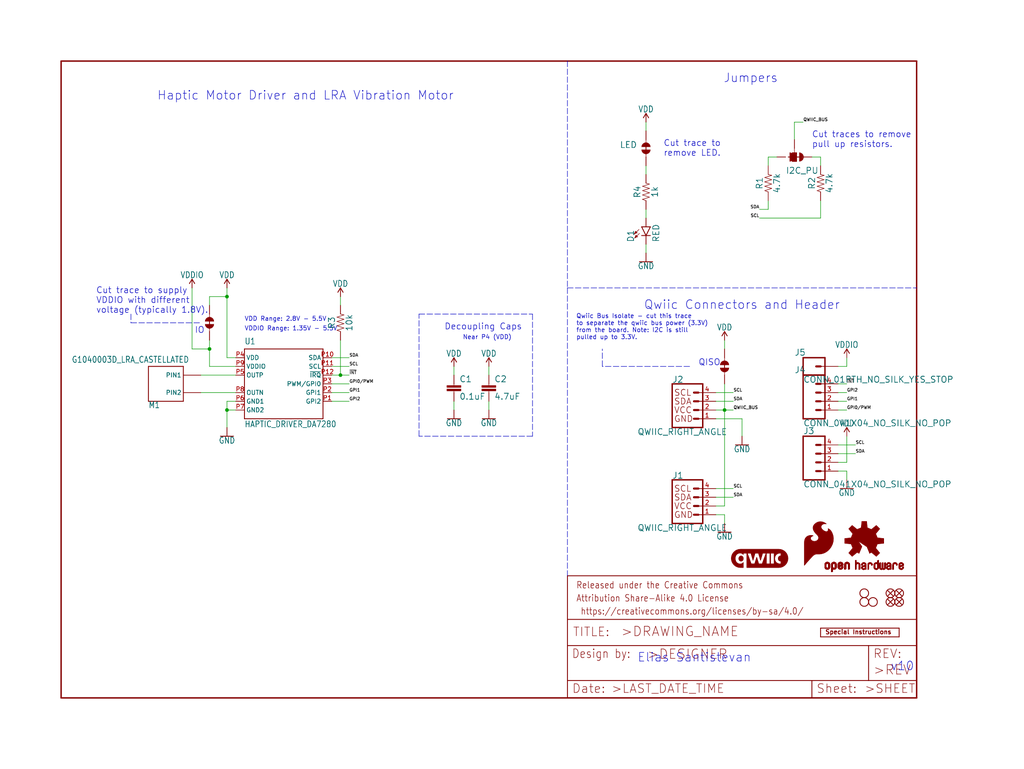
<source format=kicad_sch>
(kicad_sch (version 20211123) (generator eeschema)
  (paper "User" 297.942 223.926)
  (lib_symbols
    (symbol "eagleSchem-eagle-import:0.1UF-0603-25V-5%"
      (property "Reference" "C" (at 1.524 2.921 0))
      (property "Value" "0.1UF-0603-25V-5%" (at 1.524 -2.159 0))
      (symbol "0.1UF-0603-25V-5%_1_0"
        (pin passive line (at 0 5.08 270) (length 2.54) (name "1") (number "1"))
        (pin passive line (at 0 -2.54 90) (length 2.54) (name "2") (number "2"))
      )
    )
    (symbol "eagleSchem-eagle-import:10KOHM-0603-1{slash}10W-1%"
      (property "Reference" "R" (at 0 1.524 0))
      (property "Value" "10KOHM-0603-1{slash}10W-1%" (at 0 -1.524 0))
      (symbol "10KOHM-0603-1{slash}10W-1%_1_0"
        (pin passive line (at -5.08 0 0) (length 2.54) (name "1") (number "1"))
        (pin passive line (at 5.08 0 180) (length 2.54) (name "2") (number "2"))
      )
    )
    (symbol "eagleSchem-eagle-import:1KOHM-0603-1{slash}10W-1%"
      (property "Reference" "R" (at 0 1.524 0))
      (property "Value" "1KOHM-0603-1{slash}10W-1%" (at 0 -1.524 0))
      (symbol "1KOHM-0603-1{slash}10W-1%_1_0"
        (pin passive line (at -5.08 0 0) (length 2.54) (name "1") (number "1"))
        (pin passive line (at 5.08 0 180) (length 2.54) (name "2") (number "2"))
      )
    )
    (symbol "eagleSchem-eagle-import:4.7KOHM-0603-1{slash}10W-1%"
      (property "Reference" "R" (at 0 1.524 0))
      (property "Value" "4.7KOHM-0603-1{slash}10W-1%" (at 0 -1.524 0))
      (symbol "4.7KOHM-0603-1{slash}10W-1%_1_0"
        (pin passive line (at -5.08 0 0) (length 2.54) (name "1") (number "1"))
        (pin passive line (at 5.08 0 180) (length 2.54) (name "2") (number "2"))
      )
    )
    (symbol "eagleSchem-eagle-import:4.7UF-0603-6.3V-(10%)"
      (property "Reference" "C" (at 1.524 2.921 0))
      (property "Value" "4.7UF-0603-6.3V-(10%)" (at 1.524 -2.159 0))
      (symbol "4.7UF-0603-6.3V-(10%)_1_0"
        (pin passive line (at 0 5.08 270) (length 2.54) (name "1") (number "1"))
        (pin passive line (at 0 -2.54 90) (length 2.54) (name "2") (number "2"))
      )
    )
    (symbol "eagleSchem-eagle-import:CONN_01PTH_NO_SILK_YES_STOP"
      (property "Reference" "J" (at -2.54 3.048 0))
      (property "Value" "CONN_01PTH_NO_SILK_YES_STOP" (at -2.54 -4.826 0))
      (symbol "CONN_01PTH_NO_SILK_YES_STOP_1_0"
        (pin passive line (at 7.62 0 180) (length 5.08) (name "1") (number "1"))
      )
    )
    (symbol "eagleSchem-eagle-import:CONN_041X04_NO_SILK_NO_POP"
      (property "Reference" "J" (at -5.08 8.128 0))
      (property "Value" "CONN_041X04_NO_SILK_NO_POP" (at -5.08 -7.366 0))
      (symbol "CONN_041X04_NO_SILK_NO_POP_1_0"
        (pin passive line (at 5.08 -2.54 180) (length 5.08) (name "1") (number "1"))
        (pin passive line (at 5.08 0 180) (length 5.08) (name "2") (number "2"))
        (pin passive line (at 5.08 2.54 180) (length 5.08) (name "3") (number "3"))
        (pin passive line (at 5.08 5.08 180) (length 5.08) (name "4") (number "4"))
      )
    )
    (symbol "eagleSchem-eagle-import:FIDUCIALUFIDUCIAL")
    (symbol "eagleSchem-eagle-import:FRAME-LETTER"
      (symbol "FRAME-LETTER_2_0"
        (text " https://creativecommons.org/licenses/by-sa/4.0/" (at 2.54 24.13 0) (effects (font (size 1.9304 1.6408)) (justify left bottom)))
        (text ">DESIGNER" (at 23.114 11.176 0) (effects (font (size 2.7432 2.7432)) (justify left bottom)))
        (text ">DRAWING_NAME" (at 15.494 17.78 0) (effects (font (size 2.7432 2.7432)) (justify left bottom)))
        (text ">LAST_DATE_TIME" (at 12.7 1.27 0) (effects (font (size 2.54 2.54)) (justify left bottom)))
        (text ">REV" (at 88.9 6.604 0) (effects (font (size 2.7432 2.7432)) (justify left bottom)))
        (text ">SHEET" (at 86.36 1.27 0) (effects (font (size 2.54 2.54)) (justify left bottom)))
        (text "Attribution Share-Alike 4.0 License" (at 2.54 27.94 0) (effects (font (size 1.9304 1.6408)) (justify left bottom)))
        (text "Date:" (at 1.27 1.27 0) (effects (font (size 2.54 2.54)) (justify left bottom)))
        (text "Design by:" (at 1.27 11.43 0) (effects (font (size 2.54 2.159)) (justify left bottom)))
        (text "Released under the Creative Commons" (at 2.54 31.75 0) (effects (font (size 1.9304 1.6408)) (justify left bottom)))
        (text "REV:" (at 88.9 11.43 0) (effects (font (size 2.54 2.54)) (justify left bottom)))
        (text "Sheet:" (at 72.39 1.27 0) (effects (font (size 2.54 2.54)) (justify left bottom)))
        (text "TITLE:" (at 1.524 17.78 0) (effects (font (size 2.54 2.54)) (justify left bottom)))
      )
    )
    (symbol "eagleSchem-eagle-import:G1040003D_LRA_CASTELLATED"
      (property "Reference" "M" (at -5.08 5.588 0))
      (property "Value" "G1040003D_LRA_CASTELLATED" (at -5.08 -7.366 0))
      (symbol "G1040003D_LRA_CASTELLATED_1_0"
        (pin bidirectional line (at 10.16 2.54 180) (length 5.08) (name "PIN1") (number "P$1"))
        (pin bidirectional line (at 10.16 -2.54 180) (length 5.08) (name "PIN2") (number "P$2"))
      )
    )
    (symbol "eagleSchem-eagle-import:GND" (power)
      (property "Value" "GND" (at 0 -0.254 0))
      (symbol "GND_1_0"
        (pin power_in line (at 0 2.54 270) (length 2.54) (name "GND") (number "1"))
      )
    )
    (symbol "eagleSchem-eagle-import:HAPTIC_DRIVER_DA7280"
      (property "Reference" "U" (at -10.16 11.176 0))
      (property "Value" "HAPTIC_DRIVER_DA7280" (at -10.16 -12.7 0))
      (symbol "HAPTIC_DRIVER_DA7280_1_0"
        (pin input line (at 15.24 -5.08 180) (length 2.54) (name "GPI2") (number "P1"))
        (pin bidirectional line (at 15.24 7.62 180) (length 2.54) (name "SDA") (number "P10"))
        (pin bidirectional line (at 15.24 5.08 180) (length 2.54) (name "SCL") (number "P11"))
        (pin output line (at 15.24 2.54 180) (length 2.54) (name "~{IRQ}") (number "P12"))
        (pin input line (at 15.24 -2.54 180) (length 2.54) (name "GPI1") (number "P2"))
        (pin input line (at 15.24 0 180) (length 2.54) (name "PWM/GPI0") (number "P3"))
        (pin power_in line (at -12.7 7.62 0) (length 2.54) (name "VDD") (number "P4"))
        (pin output line (at -12.7 2.54 0) (length 2.54) (name "OUTP") (number "P5"))
        (pin power_in line (at -12.7 -5.08 0) (length 2.54) (name "GND1") (number "P6"))
        (pin power_in line (at -12.7 -7.62 0) (length 2.54) (name "GND2") (number "P7"))
        (pin output line (at -12.7 -2.54 0) (length 2.54) (name "OUTN") (number "P8"))
        (pin power_in line (at -12.7 5.08 0) (length 2.54) (name "VDDIO") (number "P9"))
      )
    )
    (symbol "eagleSchem-eagle-import:JUMPER-SMT_2_NC_TRACE_SILK"
      (property "Reference" "JP" (at -2.54 2.54 0))
      (property "Value" "JUMPER-SMT_2_NC_TRACE_SILK" (at -2.54 -2.54 0))
      (symbol "JUMPER-SMT_2_NC_TRACE_SILK_1_0"
        (pin passive line (at -5.08 0 0) (length 2.54) (name "1") (number "1"))
        (pin passive line (at 5.08 0 180) (length 2.54) (name "2") (number "2"))
      )
    )
    (symbol "eagleSchem-eagle-import:JUMPER-SMT_3_2-NC_TRACE_SILK"
      (property "Reference" "JP" (at 2.54 0.381 0))
      (property "Value" "JUMPER-SMT_3_2-NC_TRACE_SILK" (at 2.54 -0.381 0))
      (symbol "JUMPER-SMT_3_2-NC_TRACE_SILK_1_0"
        (pin passive line (at 0 5.08 270) (length 2.54) (name "1") (number "1"))
        (pin passive line (at -5.08 0 0) (length 2.54) (name "2") (number "2"))
        (pin passive line (at 0 -5.08 90) (length 2.54) (name "3") (number "3"))
      )
    )
    (symbol "eagleSchem-eagle-import:LED-RED0603"
      (property "Reference" "D" (at -3.429 -4.572 90))
      (property "Value" "LED-RED0603" (at 1.905 -4.572 90))
      (symbol "LED-RED0603_1_0"
        (pin passive line (at 0 2.54 270) (length 2.54) (name "A") (number "A"))
        (pin passive line (at 0 -5.08 90) (length 2.54) (name "C") (number "C"))
      )
    )
    (symbol "eagleSchem-eagle-import:OSHW-LOGOS")
    (symbol "eagleSchem-eagle-import:QWIIC_CONNECTORJS-1MM"
      (property "Reference" "J" (at -5.08 7.874 0))
      (property "Value" "QWIIC_CONNECTORJS-1MM" (at -5.08 -5.334 0))
      (symbol "QWIIC_CONNECTORJS-1MM_1_0"
        (text "GND" (at -4.572 -2.54 0) (effects (font (size 1.778 1.778)) (justify left)))
        (text "SCL" (at -4.572 5.08 0) (effects (font (size 1.778 1.778)) (justify left)))
        (text "SDA" (at -4.572 2.54 0) (effects (font (size 1.778 1.778)) (justify left)))
        (text "VCC" (at -4.572 0 0) (effects (font (size 1.778 1.778)) (justify left)))
        (pin power_in line (at 7.62 -2.54 180) (length 5.08) (name "1") (number "1"))
        (pin power_in line (at 7.62 0 180) (length 5.08) (name "2") (number "2"))
        (pin passive line (at 7.62 2.54 180) (length 5.08) (name "3") (number "3"))
        (pin passive line (at 7.62 5.08 180) (length 5.08) (name "4") (number "4"))
      )
    )
    (symbol "eagleSchem-eagle-import:QWIIC_LOGO_3MM")
    (symbol "eagleSchem-eagle-import:SFE_LOGO_FLAME.1_INCH")
    (symbol "eagleSchem-eagle-import:SPECIAL_INSTRUCTIONS-ORDERING"
      (symbol "SPECIAL_INSTRUCTIONS-ORDERING_1_0"
        (text "Special Instructions" (at 1.27 0.6985 0) (effects (font (size 1.27 1.27) (thickness 0.254) bold) (justify left bottom)))
      )
    )
    (symbol "eagleSchem-eagle-import:STAND-OFFTIGHT")
    (symbol "eagleSchem-eagle-import:VDD" (power)
      (property "Value" "VDD" (at 0 2.794 0))
      (symbol "VDD_1_0"
        (pin power_in line (at 0 0 90) (length 2.54) (name "VDD") (number "1"))
      )
    )
    (symbol "eagleSchem-eagle-import:VDDIO" (power)
      (property "Value" "VDDIO" (at 0 2.794 0))
      (symbol "VDDIO_1_0"
        (pin power_in line (at 0 0 90) (length 2.54) (name "VDDIO") (number "1"))
      )
    )
  )
  (junction (at 99.06 109.22))
  (junction (at 60.96 101.6))
  (junction (at 66.04 86.36))
  (junction (at 66.04 119.38))
  (junction (at 210.82 119.38))
  (wire (pts (xy 55.88 101.6) (xy 55.88 83.82)))
  (wire (pts (xy 210.82 119.38) (xy 210.82 147.32)))
  (wire (pts (xy 132.08 116.84) (xy 132.08 119.38)))
  (wire (pts (xy 210.82 149.86) (xy 210.82 152.4)))
  (wire (pts (xy 187.96 50.8) (xy 187.96 48.26)))
  (wire (pts (xy 101.6 106.68) (xy 96.52 106.68)))
  (wire (pts (xy 231.14 35.56) (xy 233.68 35.56)))
  (wire (pts (xy 60.96 101.6) (xy 60.96 99.06)))
  (wire (pts (xy 208.28 119.38) (xy 210.82 119.38)))
  (wire (pts (xy 187.96 63.5) (xy 187.96 60.96)))
  (wire (pts (xy 246.38 137.16) (xy 246.38 139.7)))
  (wire (pts (xy 243.84 137.16) (xy 246.38 137.16)))
  (wire (pts (xy 101.6 116.84) (xy 96.52 116.84)))
  (wire (pts (xy 208.28 114.3) (xy 213.36 114.3)))
  (polyline (pts (xy 165.1 83.82) (xy 266.7 83.82)))
  (wire (pts (xy 66.04 86.36) (xy 66.04 83.82)))
  (wire (pts (xy 210.82 119.38) (xy 210.82 111.76)))
  (polyline (pts (xy 121.92 91.44) (xy 154.94 91.44)))
  (wire (pts (xy 68.58 114.3) (xy 58.42 114.3)))
  (wire (pts (xy 66.04 116.84) (xy 66.04 119.38)))
  (polyline (pts (xy 165.1 83.82) (xy 165.1 167.64)))
  (wire (pts (xy 246.38 134.62) (xy 246.38 127)))
  (wire (pts (xy 187.96 71.12) (xy 187.96 73.66)))
  (wire (pts (xy 210.82 99.06) (xy 210.82 101.6)))
  (wire (pts (xy 243.84 132.08) (xy 248.92 132.08)))
  (wire (pts (xy 68.58 116.84) (xy 66.04 116.84)))
  (wire (pts (xy 101.6 114.3) (xy 96.52 114.3)))
  (wire (pts (xy 208.28 144.78) (xy 213.36 144.78)))
  (wire (pts (xy 142.24 119.38) (xy 142.24 116.84)))
  (wire (pts (xy 246.38 106.68) (xy 246.38 104.14)))
  (wire (pts (xy 208.28 121.92) (xy 215.9 121.92)))
  (wire (pts (xy 243.84 114.3) (xy 246.38 114.3)))
  (wire (pts (xy 66.04 119.38) (xy 66.04 124.46)))
  (wire (pts (xy 99.06 109.22) (xy 96.52 109.22)))
  (wire (pts (xy 101.6 109.22) (xy 99.06 109.22)))
  (wire (pts (xy 243.84 119.38) (xy 246.38 119.38)))
  (wire (pts (xy 60.96 86.36) (xy 66.04 86.36)))
  (wire (pts (xy 68.58 119.38) (xy 66.04 119.38)))
  (wire (pts (xy 99.06 88.9) (xy 99.06 86.36)))
  (wire (pts (xy 223.52 45.72) (xy 226.06 45.72)))
  (wire (pts (xy 208.28 149.86) (xy 210.82 149.86)))
  (wire (pts (xy 238.76 58.42) (xy 238.76 63.5)))
  (wire (pts (xy 223.52 58.42) (xy 223.52 60.96)))
  (wire (pts (xy 60.96 88.9) (xy 60.96 86.36)))
  (wire (pts (xy 238.76 45.72) (xy 238.76 48.26)))
  (wire (pts (xy 132.08 109.22) (xy 132.08 106.68)))
  (wire (pts (xy 243.84 129.54) (xy 248.92 129.54)))
  (polyline (pts (xy 154.94 127) (xy 121.92 127)))
  (polyline (pts (xy 121.92 127) (xy 121.92 91.44)))
  (wire (pts (xy 236.22 45.72) (xy 238.76 45.72)))
  (wire (pts (xy 66.04 104.14) (xy 66.04 86.36)))
  (polyline (pts (xy 200.66 106.68) (xy 175.26 106.68)))
  (wire (pts (xy 60.96 106.68) (xy 60.96 101.6)))
  (wire (pts (xy 223.52 48.26) (xy 223.52 45.72)))
  (wire (pts (xy 208.28 147.32) (xy 210.82 147.32)))
  (wire (pts (xy 99.06 109.22) (xy 99.06 99.06)))
  (wire (pts (xy 208.28 116.84) (xy 213.36 116.84)))
  (polyline (pts (xy 175.26 106.68) (xy 175.26 101.6)))
  (wire (pts (xy 238.76 63.5) (xy 220.98 63.5)))
  (polyline (pts (xy 154.94 91.44) (xy 154.94 127)))
  (wire (pts (xy 210.82 119.38) (xy 213.36 119.38)))
  (wire (pts (xy 60.96 101.6) (xy 55.88 101.6)))
  (wire (pts (xy 231.14 40.64) (xy 231.14 35.56)))
  (wire (pts (xy 68.58 109.22) (xy 58.42 109.22)))
  (polyline (pts (xy 38.1 93.98) (xy 58.42 93.98)))
  (wire (pts (xy 243.84 111.76) (xy 246.38 111.76)))
  (wire (pts (xy 68.58 104.14) (xy 66.04 104.14)))
  (wire (pts (xy 101.6 104.14) (xy 96.52 104.14)))
  (wire (pts (xy 68.58 106.68) (xy 60.96 106.68)))
  (wire (pts (xy 243.84 134.62) (xy 246.38 134.62)))
  (wire (pts (xy 223.52 60.96) (xy 220.98 60.96)))
  (wire (pts (xy 243.84 116.84) (xy 246.38 116.84)))
  (polyline (pts (xy 38.1 91.44) (xy 38.1 93.98)))
  (wire (pts (xy 187.96 38.1) (xy 187.96 35.56)))
  (wire (pts (xy 215.9 121.92) (xy 215.9 127)))
  (wire (pts (xy 101.6 111.76) (xy 96.52 111.76)))
  (wire (pts (xy 243.84 106.68) (xy 246.38 106.68)))
  (wire (pts (xy 208.28 142.24) (xy 213.36 142.24)))
  (polyline (pts (xy 165.1 17.78) (xy 165.1 83.82)))
  (wire (pts (xy 142.24 109.22) (xy 142.24 106.68)))
  (text "IO" (at 56.642 97.282 180) (effects (font (size 1.778 1.778)) (justify left bottom)))
  (text "VDDIO Range: 1.35V - 5.5V" (at 71.12 96.52 180) (effects (font (size 1.27 1.27)) (justify left bottom)))
  (text "Cut trace to\nremove LED." (at 193.04 45.72 180) (effects (font (size 1.778 1.778)) (justify left bottom)))
  (text "Cut trace to supply\nVDDIO with different\nvoltage (typically 1.8V)." (at 27.94 91.44 0) (effects (font (size 1.778 1.778)) (justify left bottom)))
  (text "Near P4 (VDD)" (at 134.62 99.06 180) (effects (font (size 1.27 1.27)) (justify left bottom)))
  (text "Jumpers" (at 218.44 22.86 180) (effects (font (size 2.54 2.54))))
  (text "Haptic Motor Driver and LRA Vibration Motor" (at 88.9 27.94 180) (effects (font (size 2.54 2.54))))
  (text "Qwiic Connectors and Header" (at 215.9 88.9 180) (effects (font (size 2.54 2.54))))
  (text "Qwiic Bus Isolate - cut this trace\nto separate the qwiic bus power (3.3V)\nfrom the board. Note: I2C is still\npulled up to 3.3V." (at 167.64 99.06 0) (effects (font (size 1.27 1.27)) (justify left bottom)))
  (text "VDD Range: 2.8V - 5.5V" (at 71.12 93.726 180) (effects (font (size 1.27 1.27)) (justify left bottom)))
  (text "QISO" (at 203.2 106.68 180) (effects (font (size 1.778 1.778)) (justify left bottom)))
  (text "Decoupling Caps" (at 129.286 96.266 180) (effects (font (size 1.778 1.778)) (justify left bottom)))
  (text "Elias Santistevan" (at 185.42 193.04 180) (effects (font (size 2.54 2.54)) (justify left bottom)))
  (text "v10" (at 259.08 195.58 180) (effects (font (size 2.54 2.54)) (justify left bottom)))
  (text "Cut traces to remove\npull up resistors." (at 236.22 43.18 180) (effects (font (size 1.778 1.778)) (justify left bottom)))
  (label "GPI1" (at 101.6 114.3 0) (effects (font (size 0.889 0.889))))
  (label "SCL" (at 220.98 63.5 180) (effects (font (size 0.889 0.889))))
  (label "GPI0/PWM" (at 101.6 111.76 0) (effects (font (size 0.889 0.889))))
  (label "GPI1" (at 246.38 116.84 0) (effects (font (size 0.889 0.889))))
  (label "SCL" (at 248.92 129.54 0) (effects (font (size 0.889 0.889))))
  (label "~{INT}" (at 101.6 109.22 0) (effects (font (size 0.889 0.889))))
  (label "QWIIC_BUS" (at 233.68 35.56 0) (effects (font (size 0.889 0.889))))
  (label "SCL" (at 101.6 106.68 0) (effects (font (size 0.889 0.889))))
  (label "GPI2" (at 246.38 114.3 0) (effects (font (size 0.889 0.889))))
  (label "SDA" (at 220.98 60.96 180) (effects (font (size 0.889 0.889))))
  (label "SCL" (at 213.36 114.3 0) (effects (font (size 0.889 0.889))))
  (label "SCL" (at 213.36 142.24 0) (effects (font (size 0.889 0.889))))
  (label "SDA" (at 248.92 132.08 0) (effects (font (size 0.889 0.889))))
  (label "SDA" (at 213.36 116.84 0) (effects (font (size 0.889 0.889))))
  (label "SDA" (at 101.6 104.14 0) (effects (font (size 0.889 0.889))))
  (label "SDA" (at 213.36 144.78 0) (effects (font (size 0.889 0.889))))
  (label "QWIIC_BUS" (at 213.36 119.38 0) (effects (font (size 0.889 0.889))))
  (label "GPI0/PWM" (at 246.38 119.38 0) (effects (font (size 0.889 0.889))))
  (label "GPI2" (at 101.6 116.84 0) (effects (font (size 0.889 0.889))))
  (label "~{INT}" (at 246.38 111.76 0) (effects (font (size 0.889 0.889))))
  (symbol (lib_id "eagleSchem-eagle-import:4.7UF-0603-6.3V-(10%)") (at 142.24 114.3 0) (unit 1)
    (property "Reference" "C2" (at 143.764 111.379 0) (effects (font (size 1.778 1.778)) (justify left bottom)))
    (property "Value" "4.7uF" (at 143.764 116.459 0) (effects (font (size 1.778 1.778)) (justify left bottom)))
    (property "Footprint" "eagleSchem:0603" (effects hide))
  )
  (symbol (lib_id "eagleSchem-eagle-import:VDD") (at 132.08 106.68 0) (unit 1)
    (property "Reference" "#SUPPLY12" (effects hide))
    (property "Value" "VDD" (at 132.08 103.886 0) (effects (font (size 1.778 1.5113)) (justify bottom)))
    (property "Footprint" "eagleSchem:" (effects hide))
  )
  (symbol (lib_id "eagleSchem-eagle-import:GND") (at 210.82 154.94 0) (unit 1)
    (property "Reference" "#GND2" (effects hide))
    (property "Value" "GND" (at 210.82 155.194 0) (effects (font (size 1.778 1.5113)) (justify top)))
    (property "Footprint" "eagleSchem:" (effects hide))
  )
  (symbol (lib_id "eagleSchem-eagle-import:G1040003D_LRA_CASTELLATED") (at 48.26 111.76 0) (unit 1)
    (property "Reference" "M1" (at 43.18 118.872 0) (effects (font (size 1.778 1.5113)) (justify left bottom)))
    (property "Value" "G1040003D_LRA_CASTELLATED" (at 20.828 105.664 0) (effects (font (size 1.778 1.5113)) (justify left bottom)))
    (property "Footprint" "eagleSchem:COIN_VIBRATION_MOTOR_CASTEL" (effects hide))
  )
  (symbol (lib_id "eagleSchem-eagle-import:1KOHM-0603-1{slash}10W-1%") (at 187.96 55.88 90) (unit 1)
    (property "Reference" "R4" (at 186.436 55.88 0) (effects (font (size 1.778 1.778)) (justify bottom)))
    (property "Value" "1k" (at 189.484 55.88 0) (effects (font (size 1.778 1.778)) (justify top)))
    (property "Footprint" "eagleSchem:0603" (effects hide))
  )
  (symbol (lib_id "eagleSchem-eagle-import:VDD") (at 187.96 35.56 0) (unit 1)
    (property "Reference" "#SUPPLY14" (effects hide))
    (property "Value" "VDD" (at 187.96 32.766 0) (effects (font (size 1.778 1.5113)) (justify bottom)))
    (property "Footprint" "eagleSchem:" (effects hide))
  )
  (symbol (lib_id "eagleSchem-eagle-import:STAND-OFFTIGHT") (at 251.46 175.26 0) (unit 1)
    (property "Reference" "H1" (effects hide))
    (property "Value" "STAND-OFFTIGHT" (effects hide))
    (property "Footprint" "eagleSchem:STAND-OFF-TIGHT" (effects hide))
  )
  (symbol (lib_id "eagleSchem-eagle-import:QWIIC_CONNECTORJS-1MM") (at 200.66 119.38 0) (unit 1)
    (property "Reference" "J2" (at 195.58 111.506 0) (effects (font (size 1.778 1.778)) (justify left bottom)))
    (property "Value" "QWIIC_RIGHT_ANGLE" (at 185.42 124.714 0) (effects (font (size 1.778 1.778)) (justify left top)))
    (property "Footprint" "eagleSchem:JST04_1MM_RA" (effects hide))
  )
  (symbol (lib_id "eagleSchem-eagle-import:GND") (at 246.38 142.24 0) (unit 1)
    (property "Reference" "#GND4" (effects hide))
    (property "Value" "GND" (at 246.38 142.494 0) (effects (font (size 1.778 1.5113)) (justify top)))
    (property "Footprint" "eagleSchem:" (effects hide))
  )
  (symbol (lib_id "eagleSchem-eagle-import:STAND-OFFTIGHT") (at 254 175.26 0) (unit 1)
    (property "Reference" "H4" (effects hide))
    (property "Value" "STAND-OFFTIGHT" (effects hide))
    (property "Footprint" "eagleSchem:STAND-OFF-TIGHT" (effects hide))
  )
  (symbol (lib_id "eagleSchem-eagle-import:10KOHM-0603-1{slash}10W-1%") (at 99.06 93.98 90) (unit 1)
    (property "Reference" "R3" (at 97.536 93.98 0) (effects (font (size 1.778 1.778)) (justify bottom)))
    (property "Value" "10k" (at 100.584 93.98 0) (effects (font (size 1.778 1.778)) (justify top)))
    (property "Footprint" "eagleSchem:0603" (effects hide))
  )
  (symbol (lib_id "eagleSchem-eagle-import:JUMPER-SMT_2_NC_TRACE_SILK") (at 187.96 43.18 90) (unit 1)
    (property "Reference" "JP1" (effects hide))
    (property "Value" "LED" (at 185.42 43.18 90) (effects (font (size 1.778 1.778)) (justify left top)))
    (property "Footprint" "eagleSchem:SMT-JUMPER_2_NC_TRACE_SILK" (effects hide))
  )
  (symbol (lib_id "eagleSchem-eagle-import:GND") (at 187.96 76.2 0) (unit 1)
    (property "Reference" "#GND5" (effects hide))
    (property "Value" "GND" (at 187.96 76.454 0) (effects (font (size 1.778 1.5113)) (justify top)))
    (property "Footprint" "eagleSchem:" (effects hide))
  )
  (symbol (lib_id "eagleSchem-eagle-import:GND") (at 66.04 127 0) (unit 1)
    (property "Reference" "#GND1" (effects hide))
    (property "Value" "GND" (at 66.04 127.254 0) (effects (font (size 1.778 1.5113)) (justify top)))
    (property "Footprint" "eagleSchem:" (effects hide))
  )
  (symbol (lib_id "eagleSchem-eagle-import:HAPTIC_DRIVER_DA7280") (at 81.28 111.76 0) (unit 1)
    (property "Reference" "U1" (at 71.12 100.33 0) (effects (font (size 1.778 1.5113)) (justify left bottom)))
    (property "Value" "HAPTIC_DRIVER_DA7280" (at 71.12 124.46 0) (effects (font (size 1.778 1.5113)) (justify left bottom)))
    (property "Footprint" "eagleSchem:QFN_DA7280" (effects hide))
  )
  (symbol (lib_id "eagleSchem-eagle-import:JUMPER-SMT_2_NC_TRACE_SILK") (at 210.82 106.68 90) (unit 1)
    (property "Reference" "JP4" (effects hide))
    (property "Value" "LED" (effects hide))
    (property "Footprint" "eagleSchem:SMT-JUMPER_2_NC_TRACE_SILK" (effects hide))
  )
  (symbol (lib_id "eagleSchem-eagle-import:GND") (at 142.24 121.92 0) (unit 1)
    (property "Reference" "#GND7" (effects hide))
    (property "Value" "GND" (at 142.24 122.174 0) (effects (font (size 1.778 1.5113)) (justify top)))
    (property "Footprint" "eagleSchem:" (effects hide))
  )
  (symbol (lib_id "eagleSchem-eagle-import:VDDIO") (at 246.38 104.14 0) (unit 1)
    (property "Reference" "#SUPPLY3" (effects hide))
    (property "Value" "VDDIO" (at 246.38 101.346 0) (effects (font (size 1.778 1.5113)) (justify bottom)))
    (property "Footprint" "eagleSchem:" (effects hide))
  )
  (symbol (lib_id "eagleSchem-eagle-import:VDD") (at 142.24 106.68 0) (unit 1)
    (property "Reference" "#SUPPLY13" (effects hide))
    (property "Value" "VDD" (at 142.24 103.886 0) (effects (font (size 1.778 1.5113)) (justify bottom)))
    (property "Footprint" "eagleSchem:" (effects hide))
  )
  (symbol (lib_id "eagleSchem-eagle-import:SFE_LOGO_FLAME.1_INCH") (at 233.68 165.1 0) (unit 1)
    (property "Reference" "LOGO4" (effects hide))
    (property "Value" "SFE_LOGO_FLAME.1_INCH" (effects hide))
    (property "Footprint" "eagleSchem:SFE_LOGO_FLAME_.1" (effects hide))
  )
  (symbol (lib_id "eagleSchem-eagle-import:FRAME-LETTER") (at 165.1 203.2 0) (unit 2)
    (property "Reference" "FRAME1" (effects hide))
    (property "Value" "FRAME-LETTER" (effects hide))
    (property "Footprint" "eagleSchem:CREATIVE_COMMONS" (effects hide))
  )
  (symbol (lib_id "eagleSchem-eagle-import:VDD") (at 210.82 99.06 0) (unit 1)
    (property "Reference" "#SUPPLY1" (effects hide))
    (property "Value" "VDD" (at 210.82 96.266 0) (effects (font (size 1.778 1.5113)) (justify bottom)))
    (property "Footprint" "eagleSchem:" (effects hide))
  )
  (symbol (lib_id "eagleSchem-eagle-import:CONN_01PTH_NO_SILK_YES_STOP") (at 236.22 106.68 0) (unit 1)
    (property "Reference" "J5" (at 231.14 103.632 0) (effects (font (size 1.778 1.778)) (justify left bottom)))
    (property "Value" "CONN_01PTH_NO_SILK_YES_STOP" (at 233.68 111.506 0) (effects (font (size 1.778 1.778)) (justify left bottom)))
    (property "Footprint" "eagleSchem:1X01_NO_SILK" (effects hide))
  )
  (symbol (lib_id "eagleSchem-eagle-import:JUMPER-SMT_2_NC_TRACE_SILK") (at 60.96 93.98 90) (unit 1)
    (property "Reference" "JP2" (effects hide))
    (property "Value" "LED" (effects hide))
    (property "Footprint" "eagleSchem:SMT-JUMPER_2_NC_TRACE_SILK" (effects hide))
  )
  (symbol (lib_id "eagleSchem-eagle-import:FIDUCIALUFIDUCIAL") (at 261.62 175.26 0) (unit 1)
    (property "Reference" "FD4" (effects hide))
    (property "Value" "FIDUCIALUFIDUCIAL" (effects hide))
    (property "Footprint" "eagleSchem:FIDUCIAL-MICRO" (effects hide))
  )
  (symbol (lib_id "eagleSchem-eagle-import:VDD") (at 246.38 127 0) (unit 1)
    (property "Reference" "#SUPPLY2" (effects hide))
    (property "Value" "VDD" (at 246.38 124.206 0) (effects (font (size 1.778 1.5113)) (justify bottom)))
    (property "Footprint" "eagleSchem:" (effects hide))
  )
  (symbol (lib_id "eagleSchem-eagle-import:QWIIC_CONNECTORJS-1MM") (at 200.66 147.32 0) (unit 1)
    (property "Reference" "J1" (at 195.58 139.446 0) (effects (font (size 1.778 1.778)) (justify left bottom)))
    (property "Value" "QWIIC_RIGHT_ANGLE" (at 185.42 152.654 0) (effects (font (size 1.778 1.778)) (justify left top)))
    (property "Footprint" "eagleSchem:JST04_1MM_RA" (effects hide))
  )
  (symbol (lib_id "eagleSchem-eagle-import:0.1UF-0603-25V-5%") (at 132.08 114.3 0) (unit 1)
    (property "Reference" "C1" (at 133.604 111.379 0) (effects (font (size 1.778 1.778)) (justify left bottom)))
    (property "Value" "0.1uF" (at 133.604 116.459 0) (effects (font (size 1.778 1.778)) (justify left bottom)))
    (property "Footprint" "eagleSchem:0603" (effects hide))
  )
  (symbol (lib_id "eagleSchem-eagle-import:4.7KOHM-0603-1{slash}10W-1%") (at 223.52 53.34 90) (unit 1)
    (property "Reference" "R1" (at 221.996 53.34 0) (effects (font (size 1.778 1.778)) (justify bottom)))
    (property "Value" "4.7k" (at 225.044 53.34 0) (effects (font (size 1.778 1.778)) (justify top)))
    (property "Footprint" "eagleSchem:0603" (effects hide))
  )
  (symbol (lib_id "eagleSchem-eagle-import:FIDUCIALUFIDUCIAL") (at 261.62 172.72 0) (unit 1)
    (property "Reference" "FD1" (effects hide))
    (property "Value" "FIDUCIALUFIDUCIAL" (effects hide))
    (property "Footprint" "eagleSchem:FIDUCIAL-MICRO" (effects hide))
  )
  (symbol (lib_id "eagleSchem-eagle-import:VDD") (at 66.04 83.82 0) (unit 1)
    (property "Reference" "#SUPPLY10" (effects hide))
    (property "Value" "VDD" (at 66.04 81.026 0) (effects (font (size 1.778 1.5113)) (justify bottom)))
    (property "Footprint" "eagleSchem:" (effects hide))
  )
  (symbol (lib_id "eagleSchem-eagle-import:LED-RED0603") (at 187.96 66.04 0) (unit 1)
    (property "Reference" "D1" (at 184.531 70.612 90) (effects (font (size 1.778 1.778)) (justify left bottom)))
    (property "Value" "RED" (at 189.865 70.612 90) (effects (font (size 1.778 1.778)) (justify left top)))
    (property "Footprint" "eagleSchem:LED-0603" (effects hide))
  )
  (symbol (lib_id "eagleSchem-eagle-import:VDD") (at 99.06 86.36 0) (unit 1)
    (property "Reference" "#SUPPLY11" (effects hide))
    (property "Value" "VDD" (at 99.06 83.566 0) (effects (font (size 1.778 1.5113)) (justify bottom)))
    (property "Footprint" "eagleSchem:" (effects hide))
  )
  (symbol (lib_id "eagleSchem-eagle-import:SPECIAL_INSTRUCTIONS-ORDERING") (at 238.76 185.42 0) (unit 1)
    (property "Reference" "LOGO1" (effects hide))
    (property "Value" "SPECIAL_INSTRUCTIONS-ORDERING" (effects hide))
    (property "Footprint" "eagleSchem:ORDERING_INSTRUCTIONS" (effects hide))
  )
  (symbol (lib_id "eagleSchem-eagle-import:CONN_041X04_NO_SILK_NO_POP") (at 238.76 116.84 0) (unit 1)
    (property "Reference" "J4" (at 231.14 108.712 0) (effects (font (size 1.778 1.778)) (justify left bottom)))
    (property "Value" "CONN_041X04_NO_SILK_NO_POP" (at 233.68 124.206 0) (effects (font (size 1.778 1.778)) (justify left bottom)))
    (property "Footprint" "eagleSchem:1X04_NO_SILK" (effects hide))
  )
  (symbol (lib_id "eagleSchem-eagle-import:CONN_041X04_NO_SILK_NO_POP") (at 238.76 134.62 0) (unit 1)
    (property "Reference" "J3" (at 233.68 126.492 0) (effects (font (size 1.778 1.778)) (justify left bottom)))
    (property "Value" "CONN_041X04_NO_SILK_NO_POP" (at 233.68 141.986 0) (effects (font (size 1.778 1.778)) (justify left bottom)))
    (property "Footprint" "eagleSchem:1X04_NO_SILK" (effects hide))
  )
  (symbol (lib_id "eagleSchem-eagle-import:FRAME-LETTER") (at 17.78 203.2 0) (unit 1)
    (property "Reference" "FRAME1" (effects hide))
    (property "Value" "FRAME-LETTER" (effects hide))
    (property "Footprint" "eagleSchem:CREATIVE_COMMONS" (effects hide))
  )
  (symbol (lib_id "eagleSchem-eagle-import:JUMPER-SMT_3_2-NC_TRACE_SILK") (at 231.14 45.72 270) (unit 1)
    (property "Reference" "JP3" (effects hide))
    (property "Value" "I2C_PU" (at 228.6 48.641 90) (effects (font (size 1.778 1.778)) (justify left top)))
    (property "Footprint" "eagleSchem:SMT-JUMPER_3_2-NC_TRACE_SILK" (effects hide))
  )
  (symbol (lib_id "eagleSchem-eagle-import:GND") (at 215.9 129.54 0) (unit 1)
    (property "Reference" "#GND3" (effects hide))
    (property "Value" "GND" (at 215.9 129.794 0) (effects (font (size 1.778 1.5113)) (justify top)))
    (property "Footprint" "eagleSchem:" (effects hide))
  )
  (symbol (lib_id "eagleSchem-eagle-import:GND") (at 132.08 121.92 0) (unit 1)
    (property "Reference" "#GND6" (effects hide))
    (property "Value" "GND" (at 132.08 122.174 0) (effects (font (size 1.778 1.5113)) (justify top)))
    (property "Footprint" "eagleSchem:" (effects hide))
  )
  (symbol (lib_id "eagleSchem-eagle-import:VDDIO") (at 55.88 83.82 0) (unit 1)
    (property "Reference" "#SUPPLY4" (effects hide))
    (property "Value" "VDDIO" (at 55.88 81.026 0) (effects (font (size 1.778 1.5113)) (justify bottom)))
    (property "Footprint" "eagleSchem:" (effects hide))
  )
  (symbol (lib_id "eagleSchem-eagle-import:FIDUCIALUFIDUCIAL") (at 259.08 175.26 0) (unit 1)
    (property "Reference" "FD3" (effects hide))
    (property "Value" "FIDUCIALUFIDUCIAL" (effects hide))
    (property "Footprint" "eagleSchem:FIDUCIAL-MICRO" (effects hide))
  )
  (symbol (lib_id "eagleSchem-eagle-import:QWIIC_LOGO_3MM") (at 220.98 162.56 0) (unit 1)
    (property "Reference" "U$1" (effects hide))
    (property "Value" "QWIIC_LOGO_3MM" (effects hide))
    (property "Footprint" "eagleSchem:QWIIC_3MM" (effects hide))
  )
  (symbol (lib_id "eagleSchem-eagle-import:4.7KOHM-0603-1{slash}10W-1%") (at 238.76 53.34 90) (unit 1)
    (property "Reference" "R2" (at 237.236 53.34 0) (effects (font (size 1.778 1.778)) (justify bottom)))
    (property "Value" "4.7k" (at 240.284 53.34 0) (effects (font (size 1.778 1.778)) (justify top)))
    (property "Footprint" "eagleSchem:0603" (effects hide))
  )
  (symbol (lib_id "eagleSchem-eagle-import:STAND-OFFTIGHT") (at 251.46 172.72 0) (unit 1)
    (property "Reference" "H2" (effects hide))
    (property "Value" "STAND-OFFTIGHT" (effects hide))
    (property "Footprint" "eagleSchem:STAND-OFF-TIGHT" (effects hide))
  )
  (symbol (lib_id "eagleSchem-eagle-import:OSHW-LOGOS") (at 251.46 157.48 0) (unit 1)
    (property "Reference" "LOGO2" (effects hide))
    (property "Value" "OSHW-LOGOS" (effects hide))
    (property "Footprint" "eagleSchem:OSHW-LOGO-S" (effects hide))
  )
  (symbol (lib_id "eagleSchem-eagle-import:FIDUCIALUFIDUCIAL") (at 259.08 172.72 0) (unit 1)
    (property "Reference" "FD2" (effects hide))
    (property "Value" "FIDUCIALUFIDUCIAL" (effects hide))
    (property "Footprint" "eagleSchem:FIDUCIAL-MICRO" (effects hide))
  )
)
</source>
